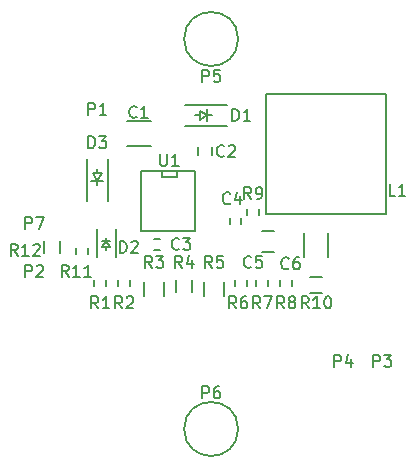
<source format=gto>
G04 #@! TF.FileFunction,Legend,Top*
%FSLAX46Y46*%
G04 Gerber Fmt 4.6, Leading zero omitted, Abs format (unit mm)*
G04 Created by KiCad (PCBNEW 4.0.2-stable) date Friday, July 29, 2016 'PMt' 06:45:01 PM*
%MOMM*%
G01*
G04 APERTURE LIST*
%ADD10C,0.100000*%
%ADD11C,0.150000*%
G04 APERTURE END LIST*
D10*
D11*
X89441000Y-45004000D02*
X89441000Y-45504000D01*
X90391000Y-45504000D02*
X90391000Y-45004000D01*
X92506800Y-44704000D02*
X92506800Y-34544000D01*
X102666800Y-44704000D02*
X92506800Y-44704000D01*
X102666800Y-34544000D02*
X102666800Y-44704000D01*
X92506800Y-34544000D02*
X102666800Y-34544000D01*
X96286000Y-49998000D02*
X97286000Y-49998000D01*
X97286000Y-51348000D02*
X96286000Y-51348000D01*
X78994000Y-47455000D02*
X78994000Y-47705000D01*
X78994000Y-46955000D02*
X78994000Y-46705000D01*
X78994000Y-46955000D02*
X79344000Y-47455000D01*
X79344000Y-47455000D02*
X78644000Y-47455000D01*
X78644000Y-47455000D02*
X78994000Y-46955000D01*
X79344000Y-46955000D02*
X78644000Y-46955000D01*
X78194000Y-45905000D02*
X78194000Y-48305000D01*
X79794000Y-45905000D02*
X79794000Y-48305000D01*
X79993000Y-50238000D02*
X79993000Y-50738000D01*
X81043000Y-50738000D02*
X81043000Y-50238000D01*
X86487000Y-41021000D02*
X86487000Y-46101000D01*
X86487000Y-46101000D02*
X81915000Y-46101000D01*
X81915000Y-46101000D02*
X81915000Y-41021000D01*
X81915000Y-41021000D02*
X86487000Y-41021000D01*
X84963000Y-41021000D02*
X84963000Y-41529000D01*
X84963000Y-41529000D02*
X83693000Y-41529000D01*
X83693000Y-41529000D02*
X83693000Y-41021000D01*
X82764000Y-36821000D02*
X80764000Y-36821000D01*
X80764000Y-38871000D02*
X82764000Y-38871000D01*
X86776000Y-39708000D02*
X86776000Y-39008000D01*
X87976000Y-39008000D02*
X87976000Y-39708000D01*
X83520000Y-46769000D02*
X83020000Y-46769000D01*
X83020000Y-47719000D02*
X83520000Y-47719000D01*
X93194000Y-46140000D02*
X92194000Y-46140000D01*
X92194000Y-47840000D02*
X93194000Y-47840000D01*
X95749000Y-46268000D02*
X95749000Y-48268000D01*
X97799000Y-48268000D02*
X97799000Y-46268000D01*
X86915500Y-36322000D02*
X86534500Y-36322000D01*
X87931500Y-36322000D02*
X87550500Y-36322000D01*
X87550500Y-36322000D02*
X86915500Y-36703000D01*
X86915500Y-36703000D02*
X86915500Y-35941000D01*
X86915500Y-35941000D02*
X87550500Y-36322000D01*
X87550500Y-36830000D02*
X87550500Y-35814000D01*
X89233000Y-35422000D02*
X85693000Y-35422000D01*
X89233000Y-37222000D02*
X85693000Y-37222000D01*
X90170000Y-29845000D02*
G75*
G03X90170000Y-29845000I-2286000J0D01*
G01*
X90170000Y-62865000D02*
G75*
G03X90170000Y-62865000I-2286000J0D01*
G01*
X77961000Y-50238000D02*
X77961000Y-50738000D01*
X79011000Y-50738000D02*
X79011000Y-50238000D01*
X83933000Y-50388000D02*
X83933000Y-51588000D01*
X82183000Y-51588000D02*
X82183000Y-50388000D01*
X86273000Y-50288000D02*
X86273000Y-51288000D01*
X84923000Y-51288000D02*
X84923000Y-50288000D01*
X89013000Y-50388000D02*
X89013000Y-51588000D01*
X87263000Y-51588000D02*
X87263000Y-50388000D01*
X89899000Y-50238000D02*
X89899000Y-50738000D01*
X90949000Y-50738000D02*
X90949000Y-50238000D01*
X91677000Y-50238000D02*
X91677000Y-50738000D01*
X92727000Y-50738000D02*
X92727000Y-50238000D01*
X93709000Y-50238000D02*
X93709000Y-50738000D01*
X94759000Y-50738000D02*
X94759000Y-50238000D01*
X91965000Y-44758000D02*
X91965000Y-44258000D01*
X90915000Y-44258000D02*
X90915000Y-44758000D01*
X77487000Y-48060000D02*
X77487000Y-47560000D01*
X76437000Y-47560000D02*
X76437000Y-48060000D01*
X73747000Y-47986000D02*
X73747000Y-46986000D01*
X75097000Y-46986000D02*
X75097000Y-47986000D01*
X78232000Y-41227500D02*
X78232000Y-40846500D01*
X78232000Y-42243500D02*
X78232000Y-41862500D01*
X78232000Y-41862500D02*
X77851000Y-41227500D01*
X77851000Y-41227500D02*
X78613000Y-41227500D01*
X78613000Y-41227500D02*
X78232000Y-41862500D01*
X77724000Y-41862500D02*
X78740000Y-41862500D01*
X79132000Y-43545000D02*
X79132000Y-40005000D01*
X77332000Y-43545000D02*
X77332000Y-40005000D01*
X89495334Y-43748143D02*
X89447715Y-43795762D01*
X89304858Y-43843381D01*
X89209620Y-43843381D01*
X89066762Y-43795762D01*
X88971524Y-43700524D01*
X88923905Y-43605286D01*
X88876286Y-43414810D01*
X88876286Y-43271952D01*
X88923905Y-43081476D01*
X88971524Y-42986238D01*
X89066762Y-42891000D01*
X89209620Y-42843381D01*
X89304858Y-42843381D01*
X89447715Y-42891000D01*
X89495334Y-42938619D01*
X90352477Y-43176714D02*
X90352477Y-43843381D01*
X90114381Y-42795762D02*
X89876286Y-43510048D01*
X90495334Y-43510048D01*
X103465334Y-43124381D02*
X102989143Y-43124381D01*
X102989143Y-42124381D01*
X104322477Y-43124381D02*
X103751048Y-43124381D01*
X104036762Y-43124381D02*
X104036762Y-42124381D01*
X103941524Y-42267238D01*
X103846286Y-42362476D01*
X103751048Y-42410095D01*
X96143143Y-52649381D02*
X95809809Y-52173190D01*
X95571714Y-52649381D02*
X95571714Y-51649381D01*
X95952667Y-51649381D01*
X96047905Y-51697000D01*
X96095524Y-51744619D01*
X96143143Y-51839857D01*
X96143143Y-51982714D01*
X96095524Y-52077952D01*
X96047905Y-52125571D01*
X95952667Y-52173190D01*
X95571714Y-52173190D01*
X97095524Y-52649381D02*
X96524095Y-52649381D01*
X96809809Y-52649381D02*
X96809809Y-51649381D01*
X96714571Y-51792238D01*
X96619333Y-51887476D01*
X96524095Y-51935095D01*
X97714571Y-51649381D02*
X97809810Y-51649381D01*
X97905048Y-51697000D01*
X97952667Y-51744619D01*
X98000286Y-51839857D01*
X98047905Y-52030333D01*
X98047905Y-52268429D01*
X98000286Y-52458905D01*
X97952667Y-52554143D01*
X97905048Y-52601762D01*
X97809810Y-52649381D01*
X97714571Y-52649381D01*
X97619333Y-52601762D01*
X97571714Y-52554143D01*
X97524095Y-52458905D01*
X97476476Y-52268429D01*
X97476476Y-52030333D01*
X97524095Y-51839857D01*
X97571714Y-51744619D01*
X97619333Y-51697000D01*
X97714571Y-51649381D01*
X80160905Y-47950381D02*
X80160905Y-46950381D01*
X80399000Y-46950381D01*
X80541858Y-46998000D01*
X80637096Y-47093238D01*
X80684715Y-47188476D01*
X80732334Y-47378952D01*
X80732334Y-47521810D01*
X80684715Y-47712286D01*
X80637096Y-47807524D01*
X80541858Y-47902762D01*
X80399000Y-47950381D01*
X80160905Y-47950381D01*
X81113286Y-47045619D02*
X81160905Y-46998000D01*
X81256143Y-46950381D01*
X81494239Y-46950381D01*
X81589477Y-46998000D01*
X81637096Y-47045619D01*
X81684715Y-47140857D01*
X81684715Y-47236095D01*
X81637096Y-47378952D01*
X81065667Y-47950381D01*
X81684715Y-47950381D01*
X72159905Y-49982381D02*
X72159905Y-48982381D01*
X72540858Y-48982381D01*
X72636096Y-49030000D01*
X72683715Y-49077619D01*
X72731334Y-49172857D01*
X72731334Y-49315714D01*
X72683715Y-49410952D01*
X72636096Y-49458571D01*
X72540858Y-49506190D01*
X72159905Y-49506190D01*
X73112286Y-49077619D02*
X73159905Y-49030000D01*
X73255143Y-48982381D01*
X73493239Y-48982381D01*
X73588477Y-49030000D01*
X73636096Y-49077619D01*
X73683715Y-49172857D01*
X73683715Y-49268095D01*
X73636096Y-49410952D01*
X73064667Y-49982381D01*
X73683715Y-49982381D01*
X80351334Y-52649381D02*
X80018000Y-52173190D01*
X79779905Y-52649381D02*
X79779905Y-51649381D01*
X80160858Y-51649381D01*
X80256096Y-51697000D01*
X80303715Y-51744619D01*
X80351334Y-51839857D01*
X80351334Y-51982714D01*
X80303715Y-52077952D01*
X80256096Y-52125571D01*
X80160858Y-52173190D01*
X79779905Y-52173190D01*
X80732286Y-51744619D02*
X80779905Y-51697000D01*
X80875143Y-51649381D01*
X81113239Y-51649381D01*
X81208477Y-51697000D01*
X81256096Y-51744619D01*
X81303715Y-51839857D01*
X81303715Y-51935095D01*
X81256096Y-52077952D01*
X80684667Y-52649381D01*
X81303715Y-52649381D01*
X98321905Y-57602381D02*
X98321905Y-56602381D01*
X98702858Y-56602381D01*
X98798096Y-56650000D01*
X98845715Y-56697619D01*
X98893334Y-56792857D01*
X98893334Y-56935714D01*
X98845715Y-57030952D01*
X98798096Y-57078571D01*
X98702858Y-57126190D01*
X98321905Y-57126190D01*
X99750477Y-56935714D02*
X99750477Y-57602381D01*
X99512381Y-56554762D02*
X99274286Y-57269048D01*
X99893334Y-57269048D01*
X83566095Y-39584381D02*
X83566095Y-40393905D01*
X83613714Y-40489143D01*
X83661333Y-40536762D01*
X83756571Y-40584381D01*
X83947048Y-40584381D01*
X84042286Y-40536762D01*
X84089905Y-40489143D01*
X84137524Y-40393905D01*
X84137524Y-39584381D01*
X85137524Y-40584381D02*
X84566095Y-40584381D01*
X84851809Y-40584381D02*
X84851809Y-39584381D01*
X84756571Y-39727238D01*
X84661333Y-39822476D01*
X84566095Y-39870095D01*
X77493905Y-36266381D02*
X77493905Y-35266381D01*
X77874858Y-35266381D01*
X77970096Y-35314000D01*
X78017715Y-35361619D01*
X78065334Y-35456857D01*
X78065334Y-35599714D01*
X78017715Y-35694952D01*
X77970096Y-35742571D01*
X77874858Y-35790190D01*
X77493905Y-35790190D01*
X79017715Y-36266381D02*
X78446286Y-36266381D01*
X78732000Y-36266381D02*
X78732000Y-35266381D01*
X78636762Y-35409238D01*
X78541524Y-35504476D01*
X78446286Y-35552095D01*
X81573334Y-36425143D02*
X81525715Y-36472762D01*
X81382858Y-36520381D01*
X81287620Y-36520381D01*
X81144762Y-36472762D01*
X81049524Y-36377524D01*
X81001905Y-36282286D01*
X80954286Y-36091810D01*
X80954286Y-35948952D01*
X81001905Y-35758476D01*
X81049524Y-35663238D01*
X81144762Y-35568000D01*
X81287620Y-35520381D01*
X81382858Y-35520381D01*
X81525715Y-35568000D01*
X81573334Y-35615619D01*
X82525715Y-36520381D02*
X81954286Y-36520381D01*
X82240000Y-36520381D02*
X82240000Y-35520381D01*
X82144762Y-35663238D01*
X82049524Y-35758476D01*
X81954286Y-35806095D01*
X88987334Y-39727143D02*
X88939715Y-39774762D01*
X88796858Y-39822381D01*
X88701620Y-39822381D01*
X88558762Y-39774762D01*
X88463524Y-39679524D01*
X88415905Y-39584286D01*
X88368286Y-39393810D01*
X88368286Y-39250952D01*
X88415905Y-39060476D01*
X88463524Y-38965238D01*
X88558762Y-38870000D01*
X88701620Y-38822381D01*
X88796858Y-38822381D01*
X88939715Y-38870000D01*
X88987334Y-38917619D01*
X89368286Y-38917619D02*
X89415905Y-38870000D01*
X89511143Y-38822381D01*
X89749239Y-38822381D01*
X89844477Y-38870000D01*
X89892096Y-38917619D01*
X89939715Y-39012857D01*
X89939715Y-39108095D01*
X89892096Y-39250952D01*
X89320667Y-39822381D01*
X89939715Y-39822381D01*
X85177334Y-47601143D02*
X85129715Y-47648762D01*
X84986858Y-47696381D01*
X84891620Y-47696381D01*
X84748762Y-47648762D01*
X84653524Y-47553524D01*
X84605905Y-47458286D01*
X84558286Y-47267810D01*
X84558286Y-47124952D01*
X84605905Y-46934476D01*
X84653524Y-46839238D01*
X84748762Y-46744000D01*
X84891620Y-46696381D01*
X84986858Y-46696381D01*
X85129715Y-46744000D01*
X85177334Y-46791619D01*
X85510667Y-46696381D02*
X86129715Y-46696381D01*
X85796381Y-47077333D01*
X85939239Y-47077333D01*
X86034477Y-47124952D01*
X86082096Y-47172571D01*
X86129715Y-47267810D01*
X86129715Y-47505905D01*
X86082096Y-47601143D01*
X86034477Y-47648762D01*
X85939239Y-47696381D01*
X85653524Y-47696381D01*
X85558286Y-47648762D01*
X85510667Y-47601143D01*
X91273334Y-49125143D02*
X91225715Y-49172762D01*
X91082858Y-49220381D01*
X90987620Y-49220381D01*
X90844762Y-49172762D01*
X90749524Y-49077524D01*
X90701905Y-48982286D01*
X90654286Y-48791810D01*
X90654286Y-48648952D01*
X90701905Y-48458476D01*
X90749524Y-48363238D01*
X90844762Y-48268000D01*
X90987620Y-48220381D01*
X91082858Y-48220381D01*
X91225715Y-48268000D01*
X91273334Y-48315619D01*
X92178096Y-48220381D02*
X91701905Y-48220381D01*
X91654286Y-48696571D01*
X91701905Y-48648952D01*
X91797143Y-48601333D01*
X92035239Y-48601333D01*
X92130477Y-48648952D01*
X92178096Y-48696571D01*
X92225715Y-48791810D01*
X92225715Y-49029905D01*
X92178096Y-49125143D01*
X92130477Y-49172762D01*
X92035239Y-49220381D01*
X91797143Y-49220381D01*
X91701905Y-49172762D01*
X91654286Y-49125143D01*
X94448334Y-49252143D02*
X94400715Y-49299762D01*
X94257858Y-49347381D01*
X94162620Y-49347381D01*
X94019762Y-49299762D01*
X93924524Y-49204524D01*
X93876905Y-49109286D01*
X93829286Y-48918810D01*
X93829286Y-48775952D01*
X93876905Y-48585476D01*
X93924524Y-48490238D01*
X94019762Y-48395000D01*
X94162620Y-48347381D01*
X94257858Y-48347381D01*
X94400715Y-48395000D01*
X94448334Y-48442619D01*
X95305477Y-48347381D02*
X95115000Y-48347381D01*
X95019762Y-48395000D01*
X94972143Y-48442619D01*
X94876905Y-48585476D01*
X94829286Y-48775952D01*
X94829286Y-49156905D01*
X94876905Y-49252143D01*
X94924524Y-49299762D01*
X95019762Y-49347381D01*
X95210239Y-49347381D01*
X95305477Y-49299762D01*
X95353096Y-49252143D01*
X95400715Y-49156905D01*
X95400715Y-48918810D01*
X95353096Y-48823571D01*
X95305477Y-48775952D01*
X95210239Y-48728333D01*
X95019762Y-48728333D01*
X94924524Y-48775952D01*
X94876905Y-48823571D01*
X94829286Y-48918810D01*
X89685905Y-36774381D02*
X89685905Y-35774381D01*
X89924000Y-35774381D01*
X90066858Y-35822000D01*
X90162096Y-35917238D01*
X90209715Y-36012476D01*
X90257334Y-36202952D01*
X90257334Y-36345810D01*
X90209715Y-36536286D01*
X90162096Y-36631524D01*
X90066858Y-36726762D01*
X89924000Y-36774381D01*
X89685905Y-36774381D01*
X91209715Y-36774381D02*
X90638286Y-36774381D01*
X90924000Y-36774381D02*
X90924000Y-35774381D01*
X90828762Y-35917238D01*
X90733524Y-36012476D01*
X90638286Y-36060095D01*
X101623905Y-57602381D02*
X101623905Y-56602381D01*
X102004858Y-56602381D01*
X102100096Y-56650000D01*
X102147715Y-56697619D01*
X102195334Y-56792857D01*
X102195334Y-56935714D01*
X102147715Y-57030952D01*
X102100096Y-57078571D01*
X102004858Y-57126190D01*
X101623905Y-57126190D01*
X102528667Y-56602381D02*
X103147715Y-56602381D01*
X102814381Y-56983333D01*
X102957239Y-56983333D01*
X103052477Y-57030952D01*
X103100096Y-57078571D01*
X103147715Y-57173810D01*
X103147715Y-57411905D01*
X103100096Y-57507143D01*
X103052477Y-57554762D01*
X102957239Y-57602381D01*
X102671524Y-57602381D01*
X102576286Y-57554762D01*
X102528667Y-57507143D01*
X87145905Y-33472381D02*
X87145905Y-32472381D01*
X87526858Y-32472381D01*
X87622096Y-32520000D01*
X87669715Y-32567619D01*
X87717334Y-32662857D01*
X87717334Y-32805714D01*
X87669715Y-32900952D01*
X87622096Y-32948571D01*
X87526858Y-32996190D01*
X87145905Y-32996190D01*
X88622096Y-32472381D02*
X88145905Y-32472381D01*
X88098286Y-32948571D01*
X88145905Y-32900952D01*
X88241143Y-32853333D01*
X88479239Y-32853333D01*
X88574477Y-32900952D01*
X88622096Y-32948571D01*
X88669715Y-33043810D01*
X88669715Y-33281905D01*
X88622096Y-33377143D01*
X88574477Y-33424762D01*
X88479239Y-33472381D01*
X88241143Y-33472381D01*
X88145905Y-33424762D01*
X88098286Y-33377143D01*
X87145905Y-60269381D02*
X87145905Y-59269381D01*
X87526858Y-59269381D01*
X87622096Y-59317000D01*
X87669715Y-59364619D01*
X87717334Y-59459857D01*
X87717334Y-59602714D01*
X87669715Y-59697952D01*
X87622096Y-59745571D01*
X87526858Y-59793190D01*
X87145905Y-59793190D01*
X88574477Y-59269381D02*
X88384000Y-59269381D01*
X88288762Y-59317000D01*
X88241143Y-59364619D01*
X88145905Y-59507476D01*
X88098286Y-59697952D01*
X88098286Y-60078905D01*
X88145905Y-60174143D01*
X88193524Y-60221762D01*
X88288762Y-60269381D01*
X88479239Y-60269381D01*
X88574477Y-60221762D01*
X88622096Y-60174143D01*
X88669715Y-60078905D01*
X88669715Y-59840810D01*
X88622096Y-59745571D01*
X88574477Y-59697952D01*
X88479239Y-59650333D01*
X88288762Y-59650333D01*
X88193524Y-59697952D01*
X88145905Y-59745571D01*
X88098286Y-59840810D01*
X78319334Y-52649381D02*
X77986000Y-52173190D01*
X77747905Y-52649381D02*
X77747905Y-51649381D01*
X78128858Y-51649381D01*
X78224096Y-51697000D01*
X78271715Y-51744619D01*
X78319334Y-51839857D01*
X78319334Y-51982714D01*
X78271715Y-52077952D01*
X78224096Y-52125571D01*
X78128858Y-52173190D01*
X77747905Y-52173190D01*
X79271715Y-52649381D02*
X78700286Y-52649381D01*
X78986000Y-52649381D02*
X78986000Y-51649381D01*
X78890762Y-51792238D01*
X78795524Y-51887476D01*
X78700286Y-51935095D01*
X82891334Y-49220381D02*
X82558000Y-48744190D01*
X82319905Y-49220381D02*
X82319905Y-48220381D01*
X82700858Y-48220381D01*
X82796096Y-48268000D01*
X82843715Y-48315619D01*
X82891334Y-48410857D01*
X82891334Y-48553714D01*
X82843715Y-48648952D01*
X82796096Y-48696571D01*
X82700858Y-48744190D01*
X82319905Y-48744190D01*
X83224667Y-48220381D02*
X83843715Y-48220381D01*
X83510381Y-48601333D01*
X83653239Y-48601333D01*
X83748477Y-48648952D01*
X83796096Y-48696571D01*
X83843715Y-48791810D01*
X83843715Y-49029905D01*
X83796096Y-49125143D01*
X83748477Y-49172762D01*
X83653239Y-49220381D01*
X83367524Y-49220381D01*
X83272286Y-49172762D01*
X83224667Y-49125143D01*
X85431334Y-49220381D02*
X85098000Y-48744190D01*
X84859905Y-49220381D02*
X84859905Y-48220381D01*
X85240858Y-48220381D01*
X85336096Y-48268000D01*
X85383715Y-48315619D01*
X85431334Y-48410857D01*
X85431334Y-48553714D01*
X85383715Y-48648952D01*
X85336096Y-48696571D01*
X85240858Y-48744190D01*
X84859905Y-48744190D01*
X86288477Y-48553714D02*
X86288477Y-49220381D01*
X86050381Y-48172762D02*
X85812286Y-48887048D01*
X86431334Y-48887048D01*
X87971334Y-49220381D02*
X87638000Y-48744190D01*
X87399905Y-49220381D02*
X87399905Y-48220381D01*
X87780858Y-48220381D01*
X87876096Y-48268000D01*
X87923715Y-48315619D01*
X87971334Y-48410857D01*
X87971334Y-48553714D01*
X87923715Y-48648952D01*
X87876096Y-48696571D01*
X87780858Y-48744190D01*
X87399905Y-48744190D01*
X88876096Y-48220381D02*
X88399905Y-48220381D01*
X88352286Y-48696571D01*
X88399905Y-48648952D01*
X88495143Y-48601333D01*
X88733239Y-48601333D01*
X88828477Y-48648952D01*
X88876096Y-48696571D01*
X88923715Y-48791810D01*
X88923715Y-49029905D01*
X88876096Y-49125143D01*
X88828477Y-49172762D01*
X88733239Y-49220381D01*
X88495143Y-49220381D01*
X88399905Y-49172762D01*
X88352286Y-49125143D01*
X90003334Y-52649381D02*
X89670000Y-52173190D01*
X89431905Y-52649381D02*
X89431905Y-51649381D01*
X89812858Y-51649381D01*
X89908096Y-51697000D01*
X89955715Y-51744619D01*
X90003334Y-51839857D01*
X90003334Y-51982714D01*
X89955715Y-52077952D01*
X89908096Y-52125571D01*
X89812858Y-52173190D01*
X89431905Y-52173190D01*
X90860477Y-51649381D02*
X90670000Y-51649381D01*
X90574762Y-51697000D01*
X90527143Y-51744619D01*
X90431905Y-51887476D01*
X90384286Y-52077952D01*
X90384286Y-52458905D01*
X90431905Y-52554143D01*
X90479524Y-52601762D01*
X90574762Y-52649381D01*
X90765239Y-52649381D01*
X90860477Y-52601762D01*
X90908096Y-52554143D01*
X90955715Y-52458905D01*
X90955715Y-52220810D01*
X90908096Y-52125571D01*
X90860477Y-52077952D01*
X90765239Y-52030333D01*
X90574762Y-52030333D01*
X90479524Y-52077952D01*
X90431905Y-52125571D01*
X90384286Y-52220810D01*
X92035334Y-52649381D02*
X91702000Y-52173190D01*
X91463905Y-52649381D02*
X91463905Y-51649381D01*
X91844858Y-51649381D01*
X91940096Y-51697000D01*
X91987715Y-51744619D01*
X92035334Y-51839857D01*
X92035334Y-51982714D01*
X91987715Y-52077952D01*
X91940096Y-52125571D01*
X91844858Y-52173190D01*
X91463905Y-52173190D01*
X92368667Y-51649381D02*
X93035334Y-51649381D01*
X92606762Y-52649381D01*
X94067334Y-52649381D02*
X93734000Y-52173190D01*
X93495905Y-52649381D02*
X93495905Y-51649381D01*
X93876858Y-51649381D01*
X93972096Y-51697000D01*
X94019715Y-51744619D01*
X94067334Y-51839857D01*
X94067334Y-51982714D01*
X94019715Y-52077952D01*
X93972096Y-52125571D01*
X93876858Y-52173190D01*
X93495905Y-52173190D01*
X94638762Y-52077952D02*
X94543524Y-52030333D01*
X94495905Y-51982714D01*
X94448286Y-51887476D01*
X94448286Y-51839857D01*
X94495905Y-51744619D01*
X94543524Y-51697000D01*
X94638762Y-51649381D01*
X94829239Y-51649381D01*
X94924477Y-51697000D01*
X94972096Y-51744619D01*
X95019715Y-51839857D01*
X95019715Y-51887476D01*
X94972096Y-51982714D01*
X94924477Y-52030333D01*
X94829239Y-52077952D01*
X94638762Y-52077952D01*
X94543524Y-52125571D01*
X94495905Y-52173190D01*
X94448286Y-52268429D01*
X94448286Y-52458905D01*
X94495905Y-52554143D01*
X94543524Y-52601762D01*
X94638762Y-52649381D01*
X94829239Y-52649381D01*
X94924477Y-52601762D01*
X94972096Y-52554143D01*
X95019715Y-52458905D01*
X95019715Y-52268429D01*
X94972096Y-52173190D01*
X94924477Y-52125571D01*
X94829239Y-52077952D01*
X91273334Y-43378381D02*
X90940000Y-42902190D01*
X90701905Y-43378381D02*
X90701905Y-42378381D01*
X91082858Y-42378381D01*
X91178096Y-42426000D01*
X91225715Y-42473619D01*
X91273334Y-42568857D01*
X91273334Y-42711714D01*
X91225715Y-42806952D01*
X91178096Y-42854571D01*
X91082858Y-42902190D01*
X90701905Y-42902190D01*
X91749524Y-43378381D02*
X91940000Y-43378381D01*
X92035239Y-43330762D01*
X92082858Y-43283143D01*
X92178096Y-43140286D01*
X92225715Y-42949810D01*
X92225715Y-42568857D01*
X92178096Y-42473619D01*
X92130477Y-42426000D01*
X92035239Y-42378381D01*
X91844762Y-42378381D01*
X91749524Y-42426000D01*
X91701905Y-42473619D01*
X91654286Y-42568857D01*
X91654286Y-42806952D01*
X91701905Y-42902190D01*
X91749524Y-42949810D01*
X91844762Y-42997429D01*
X92035239Y-42997429D01*
X92130477Y-42949810D01*
X92178096Y-42902190D01*
X92225715Y-42806952D01*
X75811143Y-49982381D02*
X75477809Y-49506190D01*
X75239714Y-49982381D02*
X75239714Y-48982381D01*
X75620667Y-48982381D01*
X75715905Y-49030000D01*
X75763524Y-49077619D01*
X75811143Y-49172857D01*
X75811143Y-49315714D01*
X75763524Y-49410952D01*
X75715905Y-49458571D01*
X75620667Y-49506190D01*
X75239714Y-49506190D01*
X76763524Y-49982381D02*
X76192095Y-49982381D01*
X76477809Y-49982381D02*
X76477809Y-48982381D01*
X76382571Y-49125238D01*
X76287333Y-49220476D01*
X76192095Y-49268095D01*
X77715905Y-49982381D02*
X77144476Y-49982381D01*
X77430190Y-49982381D02*
X77430190Y-48982381D01*
X77334952Y-49125238D01*
X77239714Y-49220476D01*
X77144476Y-49268095D01*
X71493143Y-48204381D02*
X71159809Y-47728190D01*
X70921714Y-48204381D02*
X70921714Y-47204381D01*
X71302667Y-47204381D01*
X71397905Y-47252000D01*
X71445524Y-47299619D01*
X71493143Y-47394857D01*
X71493143Y-47537714D01*
X71445524Y-47632952D01*
X71397905Y-47680571D01*
X71302667Y-47728190D01*
X70921714Y-47728190D01*
X72445524Y-48204381D02*
X71874095Y-48204381D01*
X72159809Y-48204381D02*
X72159809Y-47204381D01*
X72064571Y-47347238D01*
X71969333Y-47442476D01*
X71874095Y-47490095D01*
X72826476Y-47299619D02*
X72874095Y-47252000D01*
X72969333Y-47204381D01*
X73207429Y-47204381D01*
X73302667Y-47252000D01*
X73350286Y-47299619D01*
X73397905Y-47394857D01*
X73397905Y-47490095D01*
X73350286Y-47632952D01*
X72778857Y-48204381D01*
X73397905Y-48204381D01*
X77493905Y-39092381D02*
X77493905Y-38092381D01*
X77732000Y-38092381D01*
X77874858Y-38140000D01*
X77970096Y-38235238D01*
X78017715Y-38330476D01*
X78065334Y-38520952D01*
X78065334Y-38663810D01*
X78017715Y-38854286D01*
X77970096Y-38949524D01*
X77874858Y-39044762D01*
X77732000Y-39092381D01*
X77493905Y-39092381D01*
X78398667Y-38092381D02*
X79017715Y-38092381D01*
X78684381Y-38473333D01*
X78827239Y-38473333D01*
X78922477Y-38520952D01*
X78970096Y-38568571D01*
X79017715Y-38663810D01*
X79017715Y-38901905D01*
X78970096Y-38997143D01*
X78922477Y-39044762D01*
X78827239Y-39092381D01*
X78541524Y-39092381D01*
X78446286Y-39044762D01*
X78398667Y-38997143D01*
X72159905Y-45918381D02*
X72159905Y-44918381D01*
X72540858Y-44918381D01*
X72636096Y-44966000D01*
X72683715Y-45013619D01*
X72731334Y-45108857D01*
X72731334Y-45251714D01*
X72683715Y-45346952D01*
X72636096Y-45394571D01*
X72540858Y-45442190D01*
X72159905Y-45442190D01*
X73064667Y-44918381D02*
X73731334Y-44918381D01*
X73302762Y-45918381D01*
M02*

</source>
